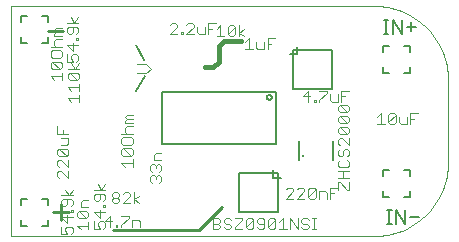
<source format=gto>
G75*
G70*
%OFA0B0*%
%FSLAX24Y24*%
%IPPOS*%
%LPD*%
%AMOC8*
5,1,8,0,0,1.08239X$1,22.5*
%
%ADD10C,0.0000*%
%ADD11C,0.0160*%
%ADD12C,0.0100*%
%ADD13C,0.0030*%
%ADD14C,0.0060*%
%ADD15C,0.0079*%
%ADD16C,0.0040*%
%ADD17C,0.0050*%
%ADD18C,0.0090*%
D10*
X000100Y000101D02*
X000100Y007779D01*
X012203Y007779D01*
X012320Y007776D01*
X012437Y007768D01*
X012554Y007754D01*
X012669Y007734D01*
X012784Y007710D01*
X012897Y007679D01*
X013009Y007643D01*
X013119Y007602D01*
X013227Y007556D01*
X013332Y007505D01*
X013435Y007449D01*
X013535Y007388D01*
X013632Y007322D01*
X013726Y007252D01*
X013817Y007177D01*
X013903Y007098D01*
X013986Y007015D01*
X014065Y006929D01*
X014140Y006838D01*
X014210Y006744D01*
X014276Y006647D01*
X014337Y006547D01*
X014393Y006444D01*
X014444Y006339D01*
X014490Y006231D01*
X014531Y006121D01*
X014567Y006009D01*
X014598Y005896D01*
X014622Y005781D01*
X014642Y005666D01*
X014656Y005549D01*
X014664Y005432D01*
X014667Y005315D01*
X014667Y002566D01*
X014664Y002449D01*
X014656Y002332D01*
X014642Y002215D01*
X014622Y002100D01*
X014598Y001985D01*
X014567Y001872D01*
X014531Y001760D01*
X014490Y001650D01*
X014444Y001542D01*
X014393Y001437D01*
X014337Y001334D01*
X014276Y001234D01*
X014210Y001137D01*
X014140Y001043D01*
X014065Y000952D01*
X013986Y000866D01*
X013903Y000783D01*
X013817Y000704D01*
X013726Y000629D01*
X013632Y000559D01*
X013535Y000493D01*
X013435Y000432D01*
X013332Y000376D01*
X013227Y000325D01*
X013119Y000279D01*
X013009Y000238D01*
X012897Y000202D01*
X012784Y000171D01*
X012669Y000147D01*
X012554Y000127D01*
X012437Y000113D01*
X012320Y000105D01*
X012203Y000102D01*
X012203Y000101D02*
X000100Y000101D01*
D11*
X006576Y005731D02*
X006852Y005731D01*
X007029Y005909D01*
X007029Y006440D01*
X007187Y006598D01*
X007738Y006598D01*
X007757Y006617D01*
D12*
X007128Y001066D02*
X006360Y000298D01*
X003506Y000298D01*
D13*
X003588Y000407D02*
X003650Y000407D01*
X003650Y000469D01*
X003588Y000469D01*
X003588Y000407D01*
X003405Y000407D02*
X003405Y000778D01*
X003220Y000593D01*
X003466Y000593D01*
X003238Y000540D02*
X003238Y000417D01*
X003176Y000355D01*
X003053Y000355D02*
X002991Y000479D01*
X002991Y000540D01*
X003053Y000602D01*
X003176Y000602D01*
X003238Y000540D01*
X003053Y000355D02*
X002868Y000355D01*
X002868Y000602D01*
X002678Y000581D02*
X002678Y000334D01*
X002678Y000458D02*
X002308Y000458D01*
X002431Y000334D01*
X002155Y000363D02*
X002155Y000240D01*
X002094Y000178D01*
X001970Y000178D02*
X001909Y000301D01*
X001909Y000363D01*
X001970Y000425D01*
X002094Y000425D01*
X002155Y000363D01*
X001970Y000546D02*
X001970Y000793D01*
X002094Y000915D02*
X002094Y000976D01*
X002155Y000976D01*
X002155Y000915D01*
X002094Y000915D01*
X002308Y000888D02*
X002369Y000950D01*
X002616Y000703D01*
X002678Y000764D01*
X002678Y000888D01*
X002616Y000950D01*
X002369Y000950D01*
X002308Y000888D02*
X002308Y000764D01*
X002369Y000703D01*
X002616Y000703D01*
X002868Y000909D02*
X003053Y000723D01*
X003053Y000970D01*
X003176Y001092D02*
X003176Y001153D01*
X003238Y001153D01*
X003238Y001092D01*
X003176Y001092D01*
X003238Y000909D02*
X002868Y000909D01*
X002678Y001071D02*
X002431Y001071D01*
X002431Y001256D01*
X002493Y001318D01*
X002678Y001318D01*
X002868Y001338D02*
X002930Y001276D01*
X002991Y001276D01*
X003053Y001338D01*
X003053Y001523D01*
X003176Y001523D02*
X003238Y001461D01*
X003238Y001338D01*
X003176Y001276D01*
X003458Y001268D02*
X003519Y001206D01*
X003643Y001206D01*
X003704Y001268D01*
X003704Y001330D01*
X003643Y001391D01*
X003519Y001391D01*
X003458Y001453D01*
X003458Y001515D01*
X003519Y001577D01*
X003643Y001577D01*
X003704Y001515D01*
X003704Y001453D01*
X003643Y001391D01*
X003519Y001391D02*
X003458Y001330D01*
X003458Y001268D01*
X003826Y001206D02*
X004073Y001453D01*
X004073Y001515D01*
X004011Y001577D01*
X003888Y001577D01*
X003826Y001515D01*
X004194Y001577D02*
X004194Y001206D01*
X004073Y001206D02*
X003826Y001206D01*
X004194Y001330D02*
X004379Y001453D01*
X004194Y001330D02*
X004379Y001206D01*
X004019Y000778D02*
X003772Y000778D01*
X004019Y000778D02*
X004019Y000716D01*
X003772Y000469D01*
X003772Y000407D01*
X004140Y000407D02*
X004140Y000654D01*
X004326Y000654D01*
X004387Y000593D01*
X004387Y000407D01*
X002868Y001338D02*
X002868Y001461D01*
X002930Y001523D01*
X003176Y001523D01*
X003115Y001644D02*
X002991Y001829D01*
X003115Y001644D02*
X003238Y001829D01*
X003238Y001644D02*
X002868Y001644D01*
X002155Y001652D02*
X002032Y001467D01*
X001909Y001652D01*
X001785Y001467D02*
X002155Y001467D01*
X002094Y001346D02*
X001847Y001346D01*
X001785Y001284D01*
X001785Y001160D01*
X001847Y001099D01*
X001909Y001099D01*
X001970Y001160D01*
X001970Y001346D01*
X002094Y001346D02*
X002155Y001284D01*
X002155Y001160D01*
X002094Y001099D01*
X002155Y000731D02*
X001785Y000731D01*
X001970Y000546D01*
X001785Y000425D02*
X001785Y000178D01*
X001970Y000178D01*
X004739Y001951D02*
X004800Y001889D01*
X004739Y001951D02*
X004739Y002075D01*
X004800Y002136D01*
X004862Y002136D01*
X004924Y002075D01*
X004986Y002136D01*
X005047Y002136D01*
X005109Y002075D01*
X005109Y001951D01*
X005047Y001889D01*
X004924Y002013D02*
X004924Y002075D01*
X005047Y002258D02*
X005109Y002319D01*
X005109Y002443D01*
X005047Y002505D01*
X004986Y002505D01*
X004924Y002443D01*
X004924Y002381D01*
X004924Y002443D02*
X004862Y002505D01*
X004800Y002505D01*
X004739Y002443D01*
X004739Y002319D01*
X004800Y002258D01*
X004153Y002416D02*
X004153Y002663D01*
X004153Y002539D02*
X003782Y002539D01*
X003906Y002416D01*
X003844Y002784D02*
X003782Y002846D01*
X003782Y002969D01*
X003844Y003031D01*
X004091Y002784D01*
X004153Y002846D01*
X004153Y002969D01*
X004091Y003031D01*
X003844Y003031D01*
X003844Y003152D02*
X004091Y003152D01*
X004153Y003214D01*
X004153Y003337D01*
X004091Y003399D01*
X003844Y003399D01*
X003782Y003337D01*
X003782Y003214D01*
X003844Y003152D01*
X003844Y002784D02*
X004091Y002784D01*
X004862Y002811D02*
X004862Y002626D01*
X005109Y002626D01*
X004862Y002811D02*
X004924Y002873D01*
X005109Y002873D01*
X004153Y003521D02*
X003782Y003521D01*
X003906Y003582D02*
X003906Y003706D01*
X003968Y003767D01*
X004153Y003767D01*
X004153Y003889D02*
X003906Y003889D01*
X003906Y003951D01*
X003968Y004012D01*
X003906Y004074D01*
X003968Y004136D01*
X004153Y004136D01*
X004153Y004012D02*
X003968Y004012D01*
X003906Y003582D02*
X003968Y003521D01*
X002361Y004571D02*
X002361Y004818D01*
X002361Y004695D02*
X001991Y004695D01*
X002115Y004571D01*
X002115Y004939D02*
X001991Y005063D01*
X002361Y005063D01*
X002361Y005186D02*
X002361Y004939D01*
X002300Y005308D02*
X002053Y005308D01*
X001991Y005370D01*
X001991Y005493D01*
X002053Y005555D01*
X002300Y005308D01*
X002361Y005370D01*
X002361Y005493D01*
X002300Y005555D01*
X002053Y005555D01*
X001991Y005676D02*
X002361Y005676D01*
X002238Y005676D02*
X002115Y005861D01*
X002157Y005920D02*
X002095Y006043D01*
X002095Y006105D01*
X002157Y006166D01*
X002280Y006166D01*
X002342Y006105D01*
X002342Y005981D01*
X002280Y005920D01*
X002361Y005861D02*
X002238Y005676D01*
X002157Y005920D02*
X001971Y005920D01*
X001971Y006166D01*
X001791Y006108D02*
X001791Y006231D01*
X001729Y006293D01*
X001482Y006293D01*
X001420Y006231D01*
X001420Y006108D01*
X001482Y006046D01*
X001729Y006046D01*
X001791Y006108D01*
X001971Y006473D02*
X002157Y006288D01*
X002157Y006535D01*
X002342Y006473D02*
X001971Y006473D01*
X001791Y006414D02*
X001420Y006414D01*
X001544Y006476D02*
X001544Y006599D01*
X001605Y006661D01*
X001791Y006661D01*
X001791Y006783D02*
X001544Y006783D01*
X001544Y006844D01*
X001605Y006906D01*
X001544Y006968D01*
X001605Y007030D01*
X001791Y007030D01*
X001791Y006906D02*
X001605Y006906D01*
X001971Y006902D02*
X002033Y006840D01*
X002095Y006840D01*
X002157Y006902D01*
X002157Y007087D01*
X002280Y007087D02*
X002342Y007026D01*
X002342Y006902D01*
X002280Y006840D01*
X002280Y006718D02*
X002342Y006718D01*
X002342Y006656D01*
X002280Y006656D01*
X002280Y006718D01*
X001971Y006902D02*
X001971Y007026D01*
X002033Y007087D01*
X002280Y007087D01*
X002342Y007209D02*
X001971Y007209D01*
X002095Y007394D02*
X002218Y007209D01*
X002342Y007394D01*
X001544Y006476D02*
X001605Y006414D01*
X001482Y005925D02*
X001420Y005863D01*
X001420Y005739D01*
X001482Y005678D01*
X001729Y005678D01*
X001482Y005925D01*
X001729Y005925D01*
X001791Y005863D01*
X001791Y005739D01*
X001729Y005678D01*
X001791Y005556D02*
X001791Y005309D01*
X001791Y005433D02*
X001420Y005433D01*
X001544Y005309D01*
X001646Y003761D02*
X001646Y003514D01*
X002016Y003514D01*
X001831Y003514D02*
X001831Y003637D01*
X001770Y003392D02*
X002016Y003392D01*
X002016Y003207D01*
X001955Y003146D01*
X001770Y003146D01*
X001708Y003024D02*
X001955Y002777D01*
X002016Y002839D01*
X002016Y002962D01*
X001955Y003024D01*
X001708Y003024D01*
X001646Y002962D01*
X001646Y002839D01*
X001708Y002777D01*
X001955Y002777D01*
X002016Y002656D02*
X002016Y002409D01*
X001770Y002656D01*
X001708Y002656D01*
X001646Y002594D01*
X001646Y002471D01*
X001708Y002409D01*
X001708Y002288D02*
X001646Y002226D01*
X001646Y002102D01*
X001708Y002041D01*
X001770Y002288D02*
X002016Y002041D01*
X002016Y002288D01*
X001770Y002288D02*
X001708Y002288D01*
X006830Y000701D02*
X006830Y000331D01*
X007015Y000331D01*
X007076Y000393D01*
X007076Y000454D01*
X007015Y000516D01*
X006830Y000516D01*
X007015Y000516D02*
X007076Y000578D01*
X007076Y000640D01*
X007015Y000701D01*
X006830Y000701D01*
X007198Y000640D02*
X007198Y000578D01*
X007260Y000516D01*
X007383Y000516D01*
X007445Y000454D01*
X007445Y000393D01*
X007383Y000331D01*
X007260Y000331D01*
X007198Y000393D01*
X007566Y000393D02*
X007566Y000331D01*
X007813Y000331D01*
X007935Y000393D02*
X008181Y000640D01*
X008181Y000393D01*
X008120Y000331D01*
X007996Y000331D01*
X007935Y000393D01*
X007935Y000640D01*
X007996Y000701D01*
X008120Y000701D01*
X008181Y000640D01*
X008303Y000640D02*
X008303Y000578D01*
X008365Y000516D01*
X008550Y000516D01*
X008550Y000393D02*
X008550Y000640D01*
X008488Y000701D01*
X008365Y000701D01*
X008303Y000640D01*
X008671Y000640D02*
X008733Y000701D01*
X008856Y000701D01*
X008918Y000640D01*
X008671Y000393D01*
X008733Y000331D01*
X008856Y000331D01*
X008918Y000393D01*
X008918Y000640D01*
X009039Y000578D02*
X009163Y000701D01*
X009163Y000331D01*
X009286Y000331D02*
X009039Y000331D01*
X009408Y000331D02*
X009408Y000701D01*
X009655Y000331D01*
X009655Y000701D01*
X009776Y000640D02*
X009776Y000578D01*
X009838Y000516D01*
X009961Y000516D01*
X010023Y000454D01*
X010023Y000393D01*
X009961Y000331D01*
X009838Y000331D01*
X009776Y000393D01*
X010144Y000331D02*
X010268Y000331D01*
X010206Y000331D02*
X010206Y000701D01*
X010144Y000701D02*
X010268Y000701D01*
X010023Y000640D02*
X009961Y000701D01*
X009838Y000701D01*
X009776Y000640D01*
X008671Y000640D02*
X008671Y000393D01*
X008550Y000393D02*
X008488Y000331D01*
X008365Y000331D01*
X008303Y000393D01*
X007813Y000640D02*
X007566Y000393D01*
X007445Y000640D02*
X007383Y000701D01*
X007260Y000701D01*
X007198Y000640D01*
X007566Y000701D02*
X007813Y000701D01*
X007813Y000640D01*
X009270Y001354D02*
X009517Y001601D01*
X009517Y001662D01*
X009455Y001724D01*
X009332Y001724D01*
X009270Y001662D01*
X009638Y001662D02*
X009700Y001724D01*
X009824Y001724D01*
X009885Y001662D01*
X009885Y001601D01*
X009638Y001354D01*
X009885Y001354D01*
X010007Y001416D02*
X010254Y001662D01*
X010254Y001416D01*
X010192Y001354D01*
X010068Y001354D01*
X010007Y001416D01*
X010007Y001662D01*
X010068Y001724D01*
X010192Y001724D01*
X010254Y001662D01*
X010375Y001601D02*
X010560Y001601D01*
X010622Y001539D01*
X010622Y001354D01*
X010743Y001354D02*
X010743Y001724D01*
X010990Y001724D01*
X010867Y001539D02*
X010743Y001539D01*
X010375Y001601D02*
X010375Y001354D01*
X009517Y001354D02*
X009270Y001354D01*
X012310Y003837D02*
X012557Y003837D01*
X012433Y003837D02*
X012433Y004207D01*
X012310Y004084D01*
X012678Y004146D02*
X012678Y003899D01*
X012925Y004146D01*
X012925Y003899D01*
X012863Y003837D01*
X012740Y003837D01*
X012678Y003899D01*
X012678Y004146D02*
X012740Y004207D01*
X012863Y004207D01*
X012925Y004146D01*
X013047Y004084D02*
X013047Y003899D01*
X013108Y003837D01*
X013293Y003837D01*
X013293Y004084D01*
X013415Y004022D02*
X013538Y004022D01*
X013415Y003837D02*
X013415Y004207D01*
X013662Y004207D01*
X011362Y004954D02*
X011115Y004954D01*
X011115Y004584D01*
X010993Y004584D02*
X010993Y004831D01*
X011115Y004769D02*
X011238Y004769D01*
X010993Y004584D02*
X010808Y004584D01*
X010746Y004645D01*
X010746Y004831D01*
X010625Y004892D02*
X010625Y004954D01*
X010378Y004954D01*
X010625Y004892D02*
X010378Y004645D01*
X010378Y004584D01*
X010256Y004584D02*
X010194Y004584D01*
X010194Y004645D01*
X010256Y004645D01*
X010256Y004584D01*
X010011Y004584D02*
X010011Y004954D01*
X009826Y004769D01*
X010073Y004769D01*
X008653Y006326D02*
X008653Y006696D01*
X008900Y006696D01*
X008776Y006511D02*
X008653Y006511D01*
X008531Y006573D02*
X008531Y006326D01*
X008346Y006326D01*
X008284Y006388D01*
X008284Y006573D01*
X008040Y006696D02*
X008040Y006326D01*
X008163Y006326D02*
X007916Y006326D01*
X007916Y006573D02*
X008040Y006696D01*
X007881Y006766D02*
X007696Y006890D01*
X007881Y007013D01*
X007696Y007137D02*
X007696Y006766D01*
X007574Y006828D02*
X007513Y006766D01*
X007389Y006766D01*
X007328Y006828D01*
X007574Y007075D01*
X007574Y006828D01*
X007328Y006828D02*
X007328Y007075D01*
X007389Y007137D01*
X007513Y007137D01*
X007574Y007075D01*
X007206Y006766D02*
X006959Y006766D01*
X007083Y006766D02*
X007083Y007137D01*
X006959Y007013D01*
X006807Y007020D02*
X006684Y007020D01*
X006563Y007081D02*
X006563Y006835D01*
X006377Y006835D01*
X006316Y006896D01*
X006316Y007081D01*
X006194Y007081D02*
X006194Y007143D01*
X006133Y007205D01*
X006009Y007205D01*
X005947Y007143D01*
X006194Y007081D02*
X005947Y006835D01*
X006194Y006835D01*
X005825Y006835D02*
X005763Y006835D01*
X005763Y006896D01*
X005825Y006896D01*
X005825Y006835D01*
X005642Y006835D02*
X005395Y006835D01*
X005642Y007081D01*
X005642Y007143D01*
X005580Y007205D01*
X005457Y007205D01*
X005395Y007143D01*
X006684Y007205D02*
X006684Y006835D01*
X006684Y007205D02*
X006931Y007205D01*
D14*
X001337Y007241D02*
X001337Y007441D01*
X001137Y007441D01*
X000637Y007441D02*
X000437Y007441D01*
X000437Y007241D01*
X000437Y006741D02*
X000437Y006541D01*
X000637Y006541D01*
X001137Y006541D02*
X001337Y006541D01*
X001337Y006741D01*
X009717Y003267D02*
X009717Y002652D01*
X010837Y002652D02*
X010837Y003267D01*
X012494Y002323D02*
X012494Y002123D01*
X012494Y002323D02*
X012694Y002323D01*
X013194Y002323D02*
X013394Y002323D01*
X013394Y002123D01*
X013394Y001623D02*
X013394Y001423D01*
X013194Y001423D01*
X012694Y001423D02*
X012494Y001423D01*
X012494Y001623D01*
X012494Y005557D02*
X012694Y005557D01*
X012494Y005557D02*
X012494Y005757D01*
X013194Y005557D02*
X013394Y005557D01*
X013394Y005757D01*
X013394Y006257D02*
X013394Y006457D01*
X013194Y006457D01*
X012694Y006457D02*
X012494Y006457D01*
X012494Y006257D01*
X001337Y001339D02*
X001337Y001139D01*
X001337Y001339D02*
X001137Y001339D01*
X000637Y001339D02*
X000437Y001339D01*
X000437Y001139D01*
X000437Y000639D02*
X000437Y000439D01*
X000637Y000439D01*
X001137Y000439D02*
X001337Y000439D01*
X001337Y000639D01*
D15*
X009824Y002763D03*
D16*
X011004Y002823D02*
X011064Y002763D01*
X011124Y002763D01*
X011184Y002823D01*
X011184Y002943D01*
X011244Y003003D01*
X011304Y003003D01*
X011364Y002943D01*
X011364Y002823D01*
X011304Y002763D01*
X011304Y002635D02*
X011364Y002575D01*
X011364Y002455D01*
X011304Y002395D01*
X011064Y002395D01*
X011004Y002455D01*
X011004Y002575D01*
X011064Y002635D01*
X011004Y002823D02*
X011004Y002943D01*
X011064Y003003D01*
X011064Y003131D02*
X011004Y003191D01*
X011004Y003311D01*
X011064Y003372D01*
X011124Y003372D01*
X011364Y003131D01*
X011364Y003372D01*
X011304Y003500D02*
X011064Y003500D01*
X011004Y003560D01*
X011004Y003680D01*
X011064Y003740D01*
X011304Y003500D01*
X011364Y003560D01*
X011364Y003680D01*
X011304Y003740D01*
X011064Y003740D01*
X011064Y003868D02*
X011004Y003928D01*
X011004Y004048D01*
X011064Y004108D01*
X011304Y003868D01*
X011364Y003928D01*
X011364Y004048D01*
X011304Y004108D01*
X011064Y004108D01*
X011064Y004236D02*
X011004Y004296D01*
X011004Y004416D01*
X011064Y004476D01*
X011304Y004236D01*
X011364Y004296D01*
X011364Y004416D01*
X011304Y004476D01*
X011064Y004476D01*
X011064Y004236D02*
X011304Y004236D01*
X011304Y003868D02*
X011064Y003868D01*
X011004Y002267D02*
X011364Y002267D01*
X011184Y002267D02*
X011184Y002026D01*
X011064Y001898D02*
X011304Y001658D01*
X011364Y001658D01*
X011364Y001898D01*
X011364Y002026D02*
X011004Y002026D01*
X011004Y001898D02*
X011064Y001898D01*
X011004Y001898D02*
X011004Y001658D01*
X004753Y005681D02*
X004600Y005527D01*
X004293Y005527D01*
X004600Y005834D02*
X004753Y005681D01*
X004600Y005834D02*
X004293Y005834D01*
D17*
X004539Y005977D02*
X004273Y006479D01*
X004569Y005456D02*
X004283Y004944D01*
X005149Y004914D02*
X008929Y004914D01*
X008929Y003182D01*
X005149Y003182D01*
X005149Y004914D01*
X008632Y004735D02*
X008634Y004753D01*
X008640Y004769D01*
X008649Y004785D01*
X008661Y004797D01*
X008676Y004807D01*
X008692Y004814D01*
X008710Y004817D01*
X008727Y004816D01*
X008744Y004811D01*
X008760Y004803D01*
X008774Y004791D01*
X008784Y004777D01*
X008792Y004761D01*
X008796Y004744D01*
X008796Y004726D01*
X008792Y004709D01*
X008784Y004693D01*
X008774Y004679D01*
X008760Y004667D01*
X008744Y004659D01*
X008727Y004654D01*
X008710Y004653D01*
X008692Y004656D01*
X008676Y004663D01*
X008661Y004673D01*
X008649Y004685D01*
X008640Y004701D01*
X008634Y004717D01*
X008632Y004735D01*
X009500Y005023D02*
X009500Y006322D01*
X010799Y006322D01*
X010799Y005023D01*
X009500Y005023D01*
X009399Y006172D02*
X009649Y006172D01*
X009649Y006422D01*
X009649Y006172D02*
X009399Y006172D01*
X012519Y006858D02*
X012670Y006858D01*
X012595Y006858D02*
X012595Y007308D01*
X012670Y007308D02*
X012519Y007308D01*
X012826Y007308D02*
X013127Y006858D01*
X013127Y007308D01*
X012826Y007308D02*
X012826Y006858D01*
X013287Y007083D02*
X013587Y007083D01*
X013437Y007233D02*
X013437Y006933D01*
X008838Y002298D02*
X008838Y002048D01*
X009088Y002048D01*
X008988Y002198D02*
X007689Y002198D01*
X007689Y000899D01*
X008988Y000899D01*
X008988Y002198D01*
X008838Y002298D02*
X008838Y002048D01*
X012638Y000969D02*
X012788Y000969D01*
X012713Y000969D02*
X012713Y000519D01*
X012638Y000519D02*
X012788Y000519D01*
X012945Y000519D02*
X012945Y000969D01*
X013245Y000519D01*
X013245Y000969D01*
X013405Y000744D02*
X013705Y000744D01*
D18*
X002020Y000905D02*
X001506Y000905D01*
X001763Y001162D02*
X001763Y000648D01*
X001833Y006937D02*
X001319Y006937D01*
M02*

</source>
